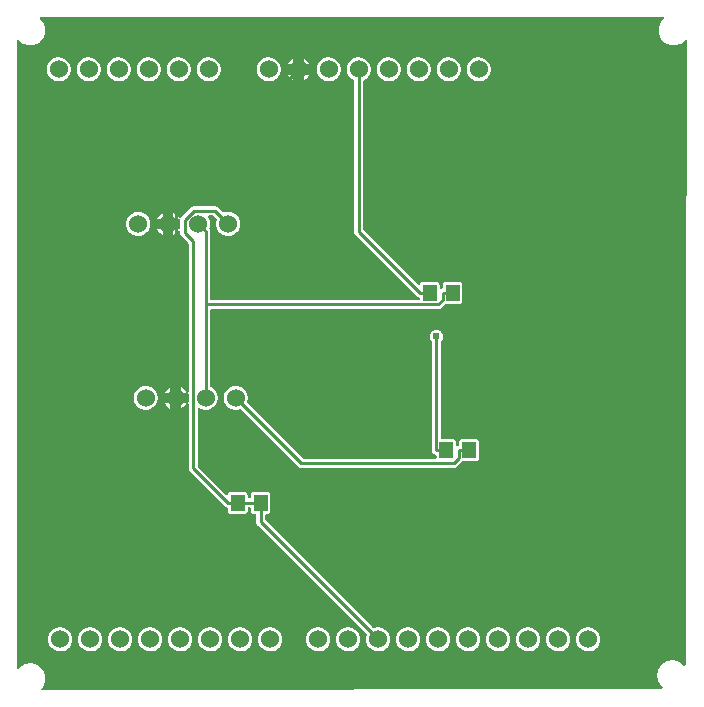
<source format=gtl>
G04 Layer: TopLayer*
G04 EasyEDA v6.5.14, 2022-08-24 20:25:52*
G04 37d94133e9fb4008a465715c89777dd1,10*
G04 Gerber Generator version 0.2*
G04 Scale: 100 percent, Rotated: No, Reflected: No *
G04 Dimensions in millimeters *
G04 leading zeros omitted , absolute positions ,4 integer and 5 decimal *
%FSLAX45Y45*%
%MOMM*%

%AMMACRO1*21,1,$1,$2,0,0,$3*%
%ADD10C,0.2540*%
%ADD11MACRO1,1.377X1.1325X90.0000*%
%ADD12C,1.5240*%
%ADD13C,0.6100*%

%LPD*%
G36*
X6428384Y4992166D02*
G01*
X6423964Y4993132D01*
X6420459Y4995926D01*
X6418478Y4999990D01*
X6418427Y5004511D01*
X6420358Y5008575D01*
X6429502Y5020259D01*
X6437477Y5033467D01*
X6443827Y5047488D01*
X6448399Y5062169D01*
X6451142Y5077307D01*
X6452108Y5092700D01*
X6451142Y5108092D01*
X6448399Y5123230D01*
X6443827Y5137912D01*
X6437477Y5151932D01*
X6429502Y5165140D01*
X6420002Y5177231D01*
X6409131Y5188102D01*
X6397040Y5197602D01*
X6383832Y5205577D01*
X6369812Y5211927D01*
X6355130Y5216499D01*
X6339992Y5219242D01*
X6324600Y5220208D01*
X6309207Y5219242D01*
X6294069Y5216499D01*
X6279388Y5211927D01*
X6265367Y5205577D01*
X6252159Y5197602D01*
X6240068Y5188102D01*
X6228943Y5176977D01*
X6225794Y5174284D01*
X6221780Y5173116D01*
X6217666Y5173624D01*
X6214059Y5175758D01*
X6211671Y5179161D01*
X6210808Y5183225D01*
X6210808Y10488574D01*
X6211671Y10492638D01*
X6214059Y10496042D01*
X6217666Y10498175D01*
X6221780Y10498683D01*
X6225794Y10497515D01*
X6229197Y10494568D01*
X6240068Y10483697D01*
X6252159Y10474198D01*
X6265367Y10466222D01*
X6279388Y10459872D01*
X6294069Y10455300D01*
X6309207Y10452557D01*
X6324600Y10451592D01*
X6339992Y10452557D01*
X6355130Y10455300D01*
X6369812Y10459872D01*
X6383832Y10466222D01*
X6397040Y10474198D01*
X6409131Y10483697D01*
X6420002Y10494568D01*
X6429502Y10506659D01*
X6437477Y10519867D01*
X6443827Y10533888D01*
X6448399Y10548569D01*
X6451142Y10563707D01*
X6452108Y10579100D01*
X6451142Y10594492D01*
X6448399Y10609630D01*
X6443827Y10624312D01*
X6437477Y10638332D01*
X6429502Y10651540D01*
X6420002Y10663631D01*
X6408877Y10674756D01*
X6406184Y10677906D01*
X6405016Y10681919D01*
X6405524Y10686034D01*
X6407658Y10689640D01*
X6411061Y10692028D01*
X6415125Y10692892D01*
X11682374Y10692892D01*
X11686438Y10692028D01*
X11689842Y10689640D01*
X11691975Y10686034D01*
X11692483Y10681919D01*
X11691315Y10677906D01*
X11688368Y10674502D01*
X11677497Y10663631D01*
X11667998Y10651540D01*
X11660022Y10638332D01*
X11653672Y10624312D01*
X11649100Y10609630D01*
X11646357Y10594492D01*
X11645392Y10579100D01*
X11646357Y10563707D01*
X11649100Y10548569D01*
X11653672Y10533888D01*
X11660022Y10519867D01*
X11667998Y10506659D01*
X11677497Y10494568D01*
X11688368Y10483697D01*
X11700459Y10474198D01*
X11713667Y10466222D01*
X11727688Y10459872D01*
X11742369Y10455300D01*
X11757507Y10452557D01*
X11772900Y10451592D01*
X11788292Y10452557D01*
X11803430Y10455300D01*
X11818112Y10459872D01*
X11832132Y10466222D01*
X11845340Y10474198D01*
X11857431Y10483697D01*
X11868353Y10494568D01*
X11871655Y10496753D01*
X11875516Y10497515D01*
X11879427Y10496753D01*
X11882729Y10494518D01*
X11884914Y10491216D01*
X11885676Y10487355D01*
X11873992Y7836052D01*
X11873992Y5208625D01*
X11873128Y5204561D01*
X11870740Y5201158D01*
X11867134Y5199024D01*
X11863019Y5198516D01*
X11859006Y5199684D01*
X11855602Y5202631D01*
X11844731Y5213502D01*
X11832640Y5223002D01*
X11819432Y5230977D01*
X11805412Y5237327D01*
X11790730Y5241899D01*
X11775592Y5244642D01*
X11760200Y5245608D01*
X11744807Y5244642D01*
X11729669Y5241899D01*
X11714988Y5237327D01*
X11700967Y5230977D01*
X11687759Y5223002D01*
X11675668Y5213502D01*
X11664797Y5202631D01*
X11655298Y5190540D01*
X11647322Y5177332D01*
X11640972Y5163312D01*
X11636400Y5148630D01*
X11633657Y5133492D01*
X11632692Y5118100D01*
X11633657Y5102707D01*
X11636400Y5087569D01*
X11640972Y5072888D01*
X11647322Y5058867D01*
X11655298Y5045659D01*
X11664797Y5033568D01*
X11675668Y5022697D01*
X11679275Y5018786D01*
X11680444Y5014772D01*
X11679936Y5010658D01*
X11677802Y5007102D01*
X11674398Y5004663D01*
X11670334Y5003800D01*
G37*

%LPC*%
G36*
X7600950Y7375956D02*
G01*
X7605572Y7378090D01*
X7617053Y7385405D01*
X7627467Y7394194D01*
X7636611Y7404353D01*
X7644333Y7415580D01*
X7646314Y7419492D01*
X7649616Y7423150D01*
X7600950Y7423150D01*
G37*
G36*
X8506104Y10293350D02*
G01*
X8553450Y10293350D01*
X8553450Y10340695D01*
X8542985Y10334955D01*
X8532012Y10326878D01*
X8522208Y10317378D01*
X8513724Y10306659D01*
X8506764Y10294924D01*
G37*
G36*
X10537596Y5320893D02*
G01*
X10551210Y5321350D01*
X10564672Y5323586D01*
X10577677Y5327650D01*
X10590072Y5333390D01*
X10601553Y5340705D01*
X10611967Y5349494D01*
X10621111Y5359654D01*
X10628833Y5370880D01*
X10634980Y5383022D01*
X10639450Y5395925D01*
X10642193Y5409285D01*
X10643108Y5422900D01*
X10642193Y5436514D01*
X10639450Y5449874D01*
X10634980Y5462778D01*
X10628833Y5474919D01*
X10621111Y5486146D01*
X10611967Y5496306D01*
X10601553Y5505094D01*
X10590072Y5512409D01*
X10577677Y5518150D01*
X10564672Y5522214D01*
X10551210Y5524449D01*
X10537596Y5524906D01*
X10524032Y5523585D01*
X10510774Y5520385D01*
X10498023Y5515508D01*
X10486085Y5508955D01*
X10475112Y5500878D01*
X10465308Y5491378D01*
X10456824Y5480659D01*
X10449864Y5468924D01*
X10444581Y5456377D01*
X10440974Y5443220D01*
X10439146Y5429707D01*
X10439146Y5416092D01*
X10440974Y5402580D01*
X10444581Y5389422D01*
X10449864Y5376875D01*
X10456824Y5365140D01*
X10465308Y5354421D01*
X10475112Y5344922D01*
X10486085Y5336844D01*
X10498023Y5330291D01*
X10510774Y5325414D01*
X10524032Y5322214D01*
G37*
G36*
X7083196Y5320893D02*
G01*
X7096810Y5321350D01*
X7110272Y5323586D01*
X7123277Y5327650D01*
X7135672Y5333390D01*
X7147153Y5340705D01*
X7157567Y5349494D01*
X7166711Y5359654D01*
X7174433Y5370880D01*
X7180580Y5383022D01*
X7185050Y5395925D01*
X7187793Y5409285D01*
X7188708Y5422900D01*
X7187793Y5436514D01*
X7185050Y5449874D01*
X7180580Y5462778D01*
X7174433Y5474919D01*
X7166711Y5486146D01*
X7157567Y5496306D01*
X7147153Y5505094D01*
X7135672Y5512409D01*
X7123277Y5518150D01*
X7110272Y5522214D01*
X7096810Y5524449D01*
X7083196Y5524906D01*
X7069632Y5523585D01*
X7056374Y5520385D01*
X7043623Y5515508D01*
X7031685Y5508955D01*
X7020712Y5500878D01*
X7010908Y5491378D01*
X7002424Y5480659D01*
X6995464Y5468924D01*
X6990181Y5456377D01*
X6986574Y5443220D01*
X6984746Y5429707D01*
X6984746Y5416092D01*
X6986574Y5402580D01*
X6990181Y5389422D01*
X6995464Y5376875D01*
X7002424Y5365140D01*
X7010908Y5354421D01*
X7020712Y5344922D01*
X7031685Y5336844D01*
X7043623Y5330291D01*
X7056374Y5325414D01*
X7069632Y5322214D01*
G37*
G36*
X10283596Y5320893D02*
G01*
X10297210Y5321350D01*
X10310672Y5323586D01*
X10323677Y5327650D01*
X10336072Y5333390D01*
X10347553Y5340705D01*
X10357967Y5349494D01*
X10367111Y5359654D01*
X10374833Y5370880D01*
X10380980Y5383022D01*
X10385450Y5395925D01*
X10388193Y5409285D01*
X10389108Y5422900D01*
X10388193Y5436514D01*
X10385450Y5449874D01*
X10380980Y5462778D01*
X10374833Y5474919D01*
X10367111Y5486146D01*
X10357967Y5496306D01*
X10347553Y5505094D01*
X10336072Y5512409D01*
X10323677Y5518150D01*
X10310672Y5522214D01*
X10297210Y5524449D01*
X10283596Y5524906D01*
X10270032Y5523585D01*
X10256774Y5520385D01*
X10244023Y5515508D01*
X10232085Y5508955D01*
X10221112Y5500878D01*
X10211308Y5491378D01*
X10202824Y5480659D01*
X10195864Y5468924D01*
X10190581Y5456377D01*
X10186974Y5443220D01*
X10185146Y5429707D01*
X10185146Y5416092D01*
X10186974Y5402580D01*
X10190581Y5389422D01*
X10195864Y5376875D01*
X10202824Y5365140D01*
X10211308Y5354421D01*
X10221112Y5344922D01*
X10232085Y5336844D01*
X10244023Y5330291D01*
X10256774Y5325414D01*
X10270032Y5322214D01*
G37*
G36*
X8099196Y5320893D02*
G01*
X8112810Y5321350D01*
X8126272Y5323586D01*
X8139277Y5327650D01*
X8151672Y5333390D01*
X8163153Y5340705D01*
X8173567Y5349494D01*
X8182711Y5359654D01*
X8190433Y5370880D01*
X8196580Y5383022D01*
X8201050Y5395925D01*
X8203793Y5409285D01*
X8204708Y5422900D01*
X8203793Y5436514D01*
X8201050Y5449874D01*
X8196580Y5462778D01*
X8190433Y5474919D01*
X8182711Y5486146D01*
X8173567Y5496306D01*
X8163153Y5505094D01*
X8151672Y5512409D01*
X8139277Y5518150D01*
X8126272Y5522214D01*
X8112810Y5524449D01*
X8099196Y5524906D01*
X8085632Y5523585D01*
X8072374Y5520385D01*
X8059623Y5515508D01*
X8047685Y5508955D01*
X8036712Y5500878D01*
X8026908Y5491378D01*
X8018424Y5480659D01*
X8011464Y5468924D01*
X8006181Y5456377D01*
X8002574Y5443220D01*
X8000746Y5429707D01*
X8000746Y5416092D01*
X8002574Y5402580D01*
X8006181Y5389422D01*
X8011464Y5376875D01*
X8018424Y5365140D01*
X8026908Y5354421D01*
X8036712Y5344922D01*
X8047685Y5336844D01*
X8059623Y5330291D01*
X8072374Y5325414D01*
X8085632Y5322214D01*
G37*
G36*
X10029596Y5320893D02*
G01*
X10043210Y5321350D01*
X10056672Y5323586D01*
X10069677Y5327650D01*
X10082072Y5333390D01*
X10093553Y5340705D01*
X10103967Y5349494D01*
X10113111Y5359654D01*
X10120833Y5370880D01*
X10126980Y5383022D01*
X10131450Y5395925D01*
X10134193Y5409285D01*
X10135108Y5422900D01*
X10134193Y5436514D01*
X10131450Y5449874D01*
X10126980Y5462778D01*
X10120833Y5474919D01*
X10113111Y5486146D01*
X10103967Y5496306D01*
X10093553Y5505094D01*
X10082072Y5512409D01*
X10069677Y5518150D01*
X10056672Y5522214D01*
X10043210Y5524449D01*
X10029596Y5524906D01*
X10016032Y5523585D01*
X10002774Y5520385D01*
X9990023Y5515508D01*
X9978085Y5508955D01*
X9967112Y5500878D01*
X9957308Y5491378D01*
X9948824Y5480659D01*
X9941864Y5468924D01*
X9936581Y5456377D01*
X9932974Y5443220D01*
X9931146Y5429707D01*
X9931146Y5416092D01*
X9932974Y5402580D01*
X9936581Y5389422D01*
X9941864Y5376875D01*
X9948824Y5365140D01*
X9957308Y5354421D01*
X9967112Y5344922D01*
X9978085Y5336844D01*
X9990023Y5330291D01*
X10002774Y5325414D01*
X10016032Y5322214D01*
G37*
G36*
X9775596Y5320893D02*
G01*
X9789210Y5321350D01*
X9802672Y5323586D01*
X9815677Y5327650D01*
X9828072Y5333390D01*
X9839553Y5340705D01*
X9849967Y5349494D01*
X9859111Y5359654D01*
X9866833Y5370880D01*
X9872980Y5383022D01*
X9877450Y5395925D01*
X9880193Y5409285D01*
X9881108Y5422900D01*
X9880193Y5436514D01*
X9877450Y5449874D01*
X9872980Y5462778D01*
X9866833Y5474919D01*
X9859111Y5486146D01*
X9849967Y5496306D01*
X9839553Y5505094D01*
X9828072Y5512409D01*
X9815677Y5518150D01*
X9802672Y5522214D01*
X9789210Y5524449D01*
X9775596Y5524906D01*
X9762032Y5523585D01*
X9748774Y5520385D01*
X9736023Y5515508D01*
X9724085Y5508955D01*
X9713112Y5500878D01*
X9703308Y5491378D01*
X9694824Y5480659D01*
X9687864Y5468924D01*
X9682581Y5456377D01*
X9678974Y5443220D01*
X9677146Y5429707D01*
X9677146Y5416092D01*
X9678974Y5402580D01*
X9682581Y5389422D01*
X9687864Y5376875D01*
X9694824Y5365140D01*
X9703308Y5354421D01*
X9713112Y5344922D01*
X9724085Y5336844D01*
X9736023Y5330291D01*
X9748774Y5325414D01*
X9762032Y5322214D01*
G37*
G36*
X8759596Y5320893D02*
G01*
X8773210Y5321350D01*
X8786672Y5323586D01*
X8799677Y5327650D01*
X8812072Y5333390D01*
X8823553Y5340705D01*
X8833967Y5349494D01*
X8843111Y5359654D01*
X8850833Y5370880D01*
X8856980Y5383022D01*
X8861450Y5395925D01*
X8864193Y5409285D01*
X8865108Y5422900D01*
X8864193Y5436514D01*
X8861450Y5449874D01*
X8856980Y5462778D01*
X8850833Y5474919D01*
X8843111Y5486146D01*
X8833967Y5496306D01*
X8823553Y5505094D01*
X8812072Y5512409D01*
X8799677Y5518150D01*
X8786672Y5522214D01*
X8773210Y5524449D01*
X8759596Y5524906D01*
X8746032Y5523585D01*
X8732774Y5520385D01*
X8720023Y5515508D01*
X8708085Y5508955D01*
X8697112Y5500878D01*
X8687308Y5491378D01*
X8678824Y5480659D01*
X8671864Y5468924D01*
X8666581Y5456377D01*
X8662974Y5443220D01*
X8661146Y5429707D01*
X8661146Y5416092D01*
X8662974Y5402580D01*
X8666581Y5389422D01*
X8671864Y5376875D01*
X8678824Y5365140D01*
X8687308Y5354421D01*
X8697112Y5344922D01*
X8708085Y5336844D01*
X8720023Y5330291D01*
X8732774Y5325414D01*
X8746032Y5322214D01*
G37*
G36*
X10791596Y5320893D02*
G01*
X10805210Y5321350D01*
X10818672Y5323586D01*
X10831677Y5327650D01*
X10844072Y5333390D01*
X10855553Y5340705D01*
X10865967Y5349494D01*
X10875111Y5359654D01*
X10882833Y5370880D01*
X10888980Y5383022D01*
X10893450Y5395925D01*
X10896193Y5409285D01*
X10897108Y5422900D01*
X10896193Y5436514D01*
X10893450Y5449874D01*
X10888980Y5462778D01*
X10882833Y5474919D01*
X10875111Y5486146D01*
X10865967Y5496306D01*
X10855553Y5505094D01*
X10844072Y5512409D01*
X10831677Y5518150D01*
X10818672Y5522214D01*
X10805210Y5524449D01*
X10791596Y5524906D01*
X10778032Y5523585D01*
X10764774Y5520385D01*
X10752023Y5515508D01*
X10740085Y5508955D01*
X10729112Y5500878D01*
X10719308Y5491378D01*
X10710824Y5480659D01*
X10703864Y5468924D01*
X10698581Y5456377D01*
X10694974Y5443220D01*
X10693146Y5429707D01*
X10693146Y5416092D01*
X10694974Y5402580D01*
X10698581Y5389422D01*
X10703864Y5376875D01*
X10710824Y5365140D01*
X10719308Y5354421D01*
X10729112Y5344922D01*
X10740085Y5336844D01*
X10752023Y5330291D01*
X10764774Y5325414D01*
X10778032Y5322214D01*
G37*
G36*
X6829196Y5320893D02*
G01*
X6842810Y5321350D01*
X6856272Y5323586D01*
X6869277Y5327650D01*
X6881672Y5333390D01*
X6893153Y5340705D01*
X6903567Y5349494D01*
X6912711Y5359654D01*
X6920433Y5370880D01*
X6926580Y5383022D01*
X6931050Y5395925D01*
X6933793Y5409285D01*
X6934708Y5422900D01*
X6933793Y5436514D01*
X6931050Y5449874D01*
X6926580Y5462778D01*
X6920433Y5474919D01*
X6912711Y5486146D01*
X6903567Y5496306D01*
X6893153Y5505094D01*
X6881672Y5512409D01*
X6869277Y5518150D01*
X6856272Y5522214D01*
X6842810Y5524449D01*
X6829196Y5524906D01*
X6815632Y5523585D01*
X6802374Y5520385D01*
X6789623Y5515508D01*
X6777685Y5508955D01*
X6766712Y5500878D01*
X6756908Y5491378D01*
X6748424Y5480659D01*
X6741464Y5468924D01*
X6736181Y5456377D01*
X6732574Y5443220D01*
X6730746Y5429707D01*
X6730746Y5416092D01*
X6732574Y5402580D01*
X6736181Y5389422D01*
X6741464Y5376875D01*
X6748424Y5365140D01*
X6756908Y5354421D01*
X6766712Y5344922D01*
X6777685Y5336844D01*
X6789623Y5330291D01*
X6802374Y5325414D01*
X6815632Y5322214D01*
G37*
G36*
X8353196Y5320893D02*
G01*
X8366810Y5321350D01*
X8380272Y5323586D01*
X8393277Y5327650D01*
X8405672Y5333390D01*
X8417153Y5340705D01*
X8427567Y5349494D01*
X8436711Y5359654D01*
X8444433Y5370880D01*
X8450580Y5383022D01*
X8455050Y5395925D01*
X8457793Y5409285D01*
X8458708Y5422900D01*
X8457793Y5436514D01*
X8455050Y5449874D01*
X8450580Y5462778D01*
X8444433Y5474919D01*
X8436711Y5486146D01*
X8427567Y5496306D01*
X8417153Y5505094D01*
X8405672Y5512409D01*
X8393277Y5518150D01*
X8380272Y5522214D01*
X8366810Y5524449D01*
X8353196Y5524906D01*
X8339632Y5523585D01*
X8326374Y5520385D01*
X8313623Y5515508D01*
X8301685Y5508955D01*
X8290712Y5500878D01*
X8280908Y5491378D01*
X8272424Y5480659D01*
X8265464Y5468924D01*
X8260181Y5456377D01*
X8256574Y5443220D01*
X8254746Y5429707D01*
X8254746Y5416092D01*
X8256574Y5402580D01*
X8260181Y5389422D01*
X8265464Y5376875D01*
X8272424Y5365140D01*
X8280908Y5354421D01*
X8290712Y5344922D01*
X8301685Y5336844D01*
X8313623Y5330291D01*
X8326374Y5325414D01*
X8339632Y5322214D01*
G37*
G36*
X7591196Y5320893D02*
G01*
X7604810Y5321350D01*
X7618272Y5323586D01*
X7631277Y5327650D01*
X7643672Y5333390D01*
X7655153Y5340705D01*
X7665567Y5349494D01*
X7674711Y5359654D01*
X7682433Y5370880D01*
X7688580Y5383022D01*
X7693050Y5395925D01*
X7695793Y5409285D01*
X7696708Y5422900D01*
X7695793Y5436514D01*
X7693050Y5449874D01*
X7688580Y5462778D01*
X7682433Y5474919D01*
X7674711Y5486146D01*
X7665567Y5496306D01*
X7655153Y5505094D01*
X7643672Y5512409D01*
X7631277Y5518150D01*
X7618272Y5522214D01*
X7604810Y5524449D01*
X7591196Y5524906D01*
X7577632Y5523585D01*
X7564374Y5520385D01*
X7551623Y5515508D01*
X7539685Y5508955D01*
X7528712Y5500878D01*
X7518908Y5491378D01*
X7510424Y5480659D01*
X7503464Y5468924D01*
X7498181Y5456377D01*
X7494574Y5443220D01*
X7492746Y5429707D01*
X7492746Y5416092D01*
X7494574Y5402580D01*
X7498181Y5389422D01*
X7503464Y5376875D01*
X7510424Y5365140D01*
X7518908Y5354421D01*
X7528712Y5344922D01*
X7539685Y5336844D01*
X7551623Y5330291D01*
X7564374Y5325414D01*
X7577632Y5322214D01*
G37*
G36*
X7337196Y5320893D02*
G01*
X7350810Y5321350D01*
X7364272Y5323586D01*
X7377277Y5327650D01*
X7389672Y5333390D01*
X7401153Y5340705D01*
X7411567Y5349494D01*
X7420711Y5359654D01*
X7428433Y5370880D01*
X7434580Y5383022D01*
X7439050Y5395925D01*
X7441793Y5409285D01*
X7442708Y5422900D01*
X7441793Y5436514D01*
X7439050Y5449874D01*
X7434580Y5462778D01*
X7428433Y5474919D01*
X7420711Y5486146D01*
X7411567Y5496306D01*
X7401153Y5505094D01*
X7389672Y5512409D01*
X7377277Y5518150D01*
X7364272Y5522214D01*
X7350810Y5524449D01*
X7337196Y5524906D01*
X7323632Y5523585D01*
X7310374Y5520385D01*
X7297623Y5515508D01*
X7285685Y5508955D01*
X7274712Y5500878D01*
X7264908Y5491378D01*
X7256424Y5480659D01*
X7249464Y5468924D01*
X7244181Y5456377D01*
X7240574Y5443220D01*
X7238746Y5429707D01*
X7238746Y5416092D01*
X7240574Y5402580D01*
X7244181Y5389422D01*
X7249464Y5376875D01*
X7256424Y5365140D01*
X7264908Y5354421D01*
X7274712Y5344922D01*
X7285685Y5336844D01*
X7297623Y5330291D01*
X7310374Y5325414D01*
X7323632Y5322214D01*
G37*
G36*
X7845196Y5320893D02*
G01*
X7858810Y5321350D01*
X7872272Y5323586D01*
X7885277Y5327650D01*
X7897672Y5333390D01*
X7909153Y5340705D01*
X7919567Y5349494D01*
X7928711Y5359654D01*
X7936433Y5370880D01*
X7942580Y5383022D01*
X7947050Y5395925D01*
X7949793Y5409285D01*
X7950708Y5422900D01*
X7949793Y5436514D01*
X7947050Y5449874D01*
X7942580Y5462778D01*
X7936433Y5474919D01*
X7928711Y5486146D01*
X7919567Y5496306D01*
X7909153Y5505094D01*
X7897672Y5512409D01*
X7885277Y5518150D01*
X7872272Y5522214D01*
X7858810Y5524449D01*
X7845196Y5524906D01*
X7831632Y5523585D01*
X7818374Y5520385D01*
X7805623Y5515508D01*
X7793685Y5508955D01*
X7782712Y5500878D01*
X7772908Y5491378D01*
X7764424Y5480659D01*
X7757464Y5468924D01*
X7752181Y5456377D01*
X7748574Y5443220D01*
X7746746Y5429707D01*
X7746746Y5416092D01*
X7748574Y5402580D01*
X7752181Y5389422D01*
X7757464Y5376875D01*
X7764424Y5365140D01*
X7772908Y5354421D01*
X7782712Y5344922D01*
X7793685Y5336844D01*
X7805623Y5330291D01*
X7818374Y5325414D01*
X7831632Y5322214D01*
G37*
G36*
X9521596Y5320893D02*
G01*
X9535210Y5321350D01*
X9548672Y5323586D01*
X9561677Y5327650D01*
X9574072Y5333390D01*
X9585553Y5340705D01*
X9595967Y5349494D01*
X9605111Y5359654D01*
X9612833Y5370880D01*
X9618980Y5383022D01*
X9623450Y5395925D01*
X9626193Y5409285D01*
X9627108Y5422900D01*
X9626193Y5436514D01*
X9623450Y5449874D01*
X9618980Y5462778D01*
X9612833Y5474919D01*
X9605111Y5486146D01*
X9595967Y5496306D01*
X9585553Y5505094D01*
X9574072Y5512409D01*
X9561677Y5518150D01*
X9548672Y5522214D01*
X9535210Y5524449D01*
X9521596Y5524906D01*
X9508032Y5523585D01*
X9494774Y5520385D01*
X9482023Y5515508D01*
X9470085Y5508955D01*
X9459112Y5500878D01*
X9449308Y5491378D01*
X9440824Y5480659D01*
X9433864Y5468924D01*
X9428581Y5456377D01*
X9424974Y5443220D01*
X9423146Y5429707D01*
X9423146Y5416092D01*
X9424974Y5402580D01*
X9428581Y5389422D01*
X9433864Y5376875D01*
X9440824Y5365140D01*
X9449308Y5354421D01*
X9459112Y5344922D01*
X9470085Y5336844D01*
X9482023Y5330291D01*
X9494774Y5325414D01*
X9508032Y5322214D01*
G37*
G36*
X9013596Y5320893D02*
G01*
X9027210Y5321350D01*
X9040672Y5323586D01*
X9053677Y5327650D01*
X9066072Y5333390D01*
X9077553Y5340705D01*
X9087967Y5349494D01*
X9097111Y5359654D01*
X9104833Y5370880D01*
X9110980Y5383022D01*
X9115450Y5395925D01*
X9118193Y5409285D01*
X9119108Y5422900D01*
X9118193Y5436514D01*
X9115450Y5449874D01*
X9110980Y5462778D01*
X9104833Y5474919D01*
X9097111Y5486146D01*
X9087967Y5496306D01*
X9077553Y5505094D01*
X9066072Y5512409D01*
X9053677Y5518150D01*
X9040672Y5522214D01*
X9027210Y5524449D01*
X9013596Y5524906D01*
X9000032Y5523585D01*
X8986774Y5520385D01*
X8974023Y5515508D01*
X8962085Y5508955D01*
X8951112Y5500878D01*
X8941308Y5491378D01*
X8932824Y5480659D01*
X8925864Y5468924D01*
X8920581Y5456377D01*
X8916974Y5443220D01*
X8915146Y5429707D01*
X8915146Y5416092D01*
X8916974Y5402580D01*
X8920581Y5389422D01*
X8925864Y5376875D01*
X8932824Y5365140D01*
X8941308Y5354421D01*
X8951112Y5344922D01*
X8962085Y5336844D01*
X8974023Y5330291D01*
X8986774Y5325414D01*
X9000032Y5322214D01*
G37*
G36*
X6575196Y5320893D02*
G01*
X6588810Y5321350D01*
X6602272Y5323586D01*
X6615277Y5327650D01*
X6627672Y5333390D01*
X6639153Y5340705D01*
X6649567Y5349494D01*
X6658711Y5359654D01*
X6666433Y5370880D01*
X6672580Y5383022D01*
X6677050Y5395925D01*
X6679793Y5409285D01*
X6680708Y5422900D01*
X6679793Y5436514D01*
X6677050Y5449874D01*
X6672580Y5462778D01*
X6666433Y5474919D01*
X6658711Y5486146D01*
X6649567Y5496306D01*
X6639153Y5505094D01*
X6627672Y5512409D01*
X6615277Y5518150D01*
X6602272Y5522214D01*
X6588810Y5524449D01*
X6575196Y5524906D01*
X6561632Y5523585D01*
X6548374Y5520385D01*
X6535623Y5515508D01*
X6523685Y5508955D01*
X6512712Y5500878D01*
X6502907Y5491378D01*
X6494424Y5480659D01*
X6487464Y5468924D01*
X6482181Y5456377D01*
X6478574Y5443220D01*
X6476746Y5429707D01*
X6476746Y5416092D01*
X6478574Y5402580D01*
X6482181Y5389422D01*
X6487464Y5376875D01*
X6494424Y5365140D01*
X6502907Y5354421D01*
X6512712Y5344922D01*
X6523685Y5336844D01*
X6535623Y5330291D01*
X6548374Y5325414D01*
X6561632Y5322214D01*
G37*
G36*
X11045596Y5320893D02*
G01*
X11059210Y5321350D01*
X11072672Y5323586D01*
X11085677Y5327650D01*
X11098072Y5333390D01*
X11109553Y5340705D01*
X11119967Y5349494D01*
X11129111Y5359654D01*
X11136833Y5370880D01*
X11142980Y5383022D01*
X11147450Y5395925D01*
X11150193Y5409285D01*
X11151108Y5422900D01*
X11150193Y5436514D01*
X11147450Y5449874D01*
X11142980Y5462778D01*
X11136833Y5474919D01*
X11129111Y5486146D01*
X11119967Y5496306D01*
X11109553Y5505094D01*
X11098072Y5512409D01*
X11085677Y5518150D01*
X11072672Y5522214D01*
X11059210Y5524449D01*
X11045596Y5524906D01*
X11032032Y5523585D01*
X11018774Y5520385D01*
X11006023Y5515508D01*
X10994085Y5508955D01*
X10983112Y5500878D01*
X10973308Y5491378D01*
X10964824Y5480659D01*
X10957864Y5468924D01*
X10952581Y5456377D01*
X10948974Y5443220D01*
X10947146Y5429707D01*
X10947146Y5416092D01*
X10948974Y5402580D01*
X10952581Y5389422D01*
X10957864Y5376875D01*
X10964824Y5365140D01*
X10973308Y5354421D01*
X10983112Y5344922D01*
X10994085Y5336844D01*
X11006023Y5330291D01*
X11018774Y5325414D01*
X11032032Y5322214D01*
G37*
G36*
X9267596Y5320893D02*
G01*
X9281210Y5321350D01*
X9294672Y5323586D01*
X9307677Y5327650D01*
X9320072Y5333390D01*
X9331553Y5340705D01*
X9341967Y5349494D01*
X9351111Y5359654D01*
X9358833Y5370880D01*
X9364980Y5383022D01*
X9369450Y5395925D01*
X9372193Y5409285D01*
X9373108Y5422900D01*
X9372193Y5436514D01*
X9369450Y5449874D01*
X9364980Y5462778D01*
X9358833Y5474919D01*
X9351111Y5486146D01*
X9341967Y5496306D01*
X9331553Y5505094D01*
X9320072Y5512409D01*
X9307677Y5518150D01*
X9294672Y5522214D01*
X9281210Y5524449D01*
X9267596Y5524906D01*
X9254032Y5523585D01*
X9240774Y5520385D01*
X9237776Y5519267D01*
X9233966Y5518556D01*
X9230156Y5519369D01*
X9226956Y5521553D01*
X8317026Y6431483D01*
X8314791Y6434785D01*
X8314029Y6438696D01*
X8314029Y6473698D01*
X8314791Y6477558D01*
X8317026Y6480860D01*
X8320278Y6483045D01*
X8324189Y6483858D01*
X8331504Y6483858D01*
X8337803Y6484569D01*
X8343290Y6486448D01*
X8348167Y6489547D01*
X8352281Y6493611D01*
X8355330Y6498539D01*
X8357260Y6503974D01*
X8357971Y6510324D01*
X8357971Y6646875D01*
X8357260Y6653225D01*
X8355330Y6658660D01*
X8352281Y6663588D01*
X8348167Y6667652D01*
X8343290Y6670751D01*
X8337803Y6672630D01*
X8331504Y6673342D01*
X8219389Y6673342D01*
X8213039Y6672630D01*
X8207603Y6670751D01*
X8202675Y6667652D01*
X8198612Y6663588D01*
X8195513Y6658660D01*
X8193582Y6653225D01*
X8192871Y6646875D01*
X8192871Y6627368D01*
X8192109Y6623456D01*
X8189925Y6620205D01*
X8186623Y6617970D01*
X8182711Y6617208D01*
X8174888Y6617208D01*
X8170976Y6617970D01*
X8167674Y6620205D01*
X8165490Y6623456D01*
X8164728Y6627368D01*
X8164728Y6646875D01*
X8164017Y6653225D01*
X8162086Y6658660D01*
X8158988Y6663588D01*
X8154924Y6667652D01*
X8149996Y6670751D01*
X8144560Y6672630D01*
X8138210Y6673342D01*
X8026095Y6673342D01*
X8019796Y6672630D01*
X8014309Y6670751D01*
X8009432Y6667652D01*
X8005318Y6663588D01*
X8002320Y6658711D01*
X7999933Y6651650D01*
X7997901Y6648094D01*
X7994599Y6645656D01*
X7990586Y6644741D01*
X7986572Y6645452D01*
X7983118Y6647688D01*
X7745730Y6885076D01*
X7743545Y6888378D01*
X7742783Y6892290D01*
X7742783Y7371435D01*
X7743596Y7375499D01*
X7746034Y7378903D01*
X7749641Y7381036D01*
X7753807Y7381544D01*
X7757820Y7380325D01*
X7767523Y7374991D01*
X7780274Y7370114D01*
X7793532Y7366914D01*
X7807096Y7365593D01*
X7820710Y7366050D01*
X7834172Y7368286D01*
X7847177Y7372350D01*
X7859572Y7378090D01*
X7871053Y7385405D01*
X7881467Y7394194D01*
X7890611Y7404353D01*
X7898333Y7415580D01*
X7904480Y7427722D01*
X7908950Y7440625D01*
X7911693Y7453985D01*
X7912608Y7467600D01*
X7911693Y7481214D01*
X7908950Y7494574D01*
X7904480Y7507478D01*
X7898333Y7519619D01*
X7890611Y7530846D01*
X7881467Y7541006D01*
X7871053Y7549794D01*
X7859572Y7557109D01*
X7855000Y7559243D01*
X7851902Y7561478D01*
X7849819Y7564678D01*
X7849108Y7568438D01*
X7849108Y8209330D01*
X7849870Y8213242D01*
X7852105Y8216493D01*
X7855356Y8218728D01*
X7859268Y8219490D01*
X9780879Y8219490D01*
X9788906Y8220303D01*
X9796119Y8222488D01*
X9802825Y8226044D01*
X9809022Y8231174D01*
X9836810Y8258911D01*
X9840569Y8261299D01*
X9844938Y8261858D01*
X9957104Y8261858D01*
X9963404Y8262569D01*
X9968890Y8264448D01*
X9973767Y8267547D01*
X9977882Y8271611D01*
X9980930Y8276539D01*
X9982860Y8281974D01*
X9983571Y8288324D01*
X9983571Y8424875D01*
X9982860Y8431225D01*
X9980930Y8436660D01*
X9977882Y8441588D01*
X9973767Y8445652D01*
X9968890Y8448751D01*
X9963404Y8450630D01*
X9957104Y8451342D01*
X9844989Y8451342D01*
X9838639Y8450630D01*
X9833203Y8448751D01*
X9828276Y8445652D01*
X9824212Y8441588D01*
X9821113Y8436660D01*
X9819182Y8431225D01*
X9818471Y8424875D01*
X9818471Y8404555D01*
X9817811Y8400897D01*
X9815880Y8397748D01*
X9812883Y8395512D01*
X9803434Y8392718D01*
X9799675Y8392312D01*
X9796018Y8393328D01*
X9793020Y8395563D01*
X9790988Y8398764D01*
X9790328Y8402472D01*
X9790328Y8424875D01*
X9789617Y8431225D01*
X9787686Y8436660D01*
X9784588Y8441588D01*
X9780524Y8445652D01*
X9775596Y8448751D01*
X9770160Y8450630D01*
X9763810Y8451342D01*
X9651695Y8451342D01*
X9645396Y8450630D01*
X9639909Y8448751D01*
X9635032Y8445652D01*
X9630918Y8441588D01*
X9627920Y8436711D01*
X9625533Y8429650D01*
X9623501Y8426094D01*
X9620199Y8423656D01*
X9616186Y8422741D01*
X9612172Y8423452D01*
X9608718Y8425688D01*
X9147505Y8886952D01*
X9145270Y8890254D01*
X9144508Y8894114D01*
X9144508Y10148062D01*
X9145219Y10151821D01*
X9147302Y10155021D01*
X9150400Y10157256D01*
X9154972Y10159390D01*
X9166453Y10166705D01*
X9176867Y10175494D01*
X9186011Y10185654D01*
X9193733Y10196880D01*
X9199880Y10209022D01*
X9204350Y10221925D01*
X9207093Y10235285D01*
X9208008Y10248900D01*
X9207093Y10262514D01*
X9204350Y10275874D01*
X9199880Y10288778D01*
X9193733Y10300919D01*
X9186011Y10312146D01*
X9176867Y10322306D01*
X9166453Y10331094D01*
X9154972Y10338409D01*
X9142577Y10344150D01*
X9129572Y10348214D01*
X9116110Y10350449D01*
X9102496Y10350906D01*
X9088932Y10349585D01*
X9075674Y10346385D01*
X9062923Y10341508D01*
X9050985Y10334955D01*
X9040012Y10326878D01*
X9030208Y10317378D01*
X9021724Y10306659D01*
X9014764Y10294924D01*
X9009481Y10282377D01*
X9005874Y10269220D01*
X9004046Y10255707D01*
X9004046Y10242092D01*
X9005874Y10228580D01*
X9009481Y10215422D01*
X9014764Y10202875D01*
X9021724Y10191140D01*
X9030208Y10180421D01*
X9040012Y10170922D01*
X9050985Y10162844D01*
X9062008Y10156799D01*
X9064802Y10154513D01*
X9066631Y10151414D01*
X9067292Y10147909D01*
X9067292Y8874404D01*
X9068104Y8866378D01*
X9070289Y8859164D01*
X9073845Y8852509D01*
X9078976Y8846261D01*
X9595561Y8329675D01*
X9601809Y8324545D01*
X9608464Y8320989D01*
X9619640Y8317687D01*
X9622586Y8315452D01*
X9624568Y8312302D01*
X9625228Y8306866D01*
X9624466Y8302955D01*
X9622282Y8299703D01*
X9618980Y8297468D01*
X9615068Y8296706D01*
X7859268Y8296706D01*
X7855356Y8297468D01*
X7852105Y8299703D01*
X7849870Y8302955D01*
X7849108Y8306866D01*
X7849108Y8876792D01*
X7848295Y8884818D01*
X7846110Y8892032D01*
X7843215Y8897467D01*
X7842046Y8901480D01*
X7842605Y8905595D01*
X7845450Y8913825D01*
X7848193Y8927185D01*
X7849108Y8940800D01*
X7848193Y8954414D01*
X7845450Y8967774D01*
X7840980Y8980678D01*
X7834833Y8992819D01*
X7832293Y8996476D01*
X7830667Y9000540D01*
X7830870Y9004909D01*
X7832953Y9008821D01*
X7836408Y9011462D01*
X7840675Y9012377D01*
X7870596Y9012377D01*
X7874457Y9011615D01*
X7877759Y9009430D01*
X7902194Y8984996D01*
X7904225Y8982100D01*
X7905140Y8978646D01*
X7904835Y8975090D01*
X7900974Y8961120D01*
X7899146Y8947607D01*
X7899146Y8933992D01*
X7900974Y8920480D01*
X7904581Y8907322D01*
X7909864Y8894775D01*
X7916824Y8883040D01*
X7925308Y8872321D01*
X7935112Y8862822D01*
X7946085Y8854744D01*
X7958023Y8848191D01*
X7970774Y8843314D01*
X7984032Y8840114D01*
X7997596Y8838793D01*
X8011210Y8839250D01*
X8024672Y8841486D01*
X8037677Y8845550D01*
X8050072Y8851290D01*
X8061553Y8858605D01*
X8071967Y8867394D01*
X8081111Y8877554D01*
X8088833Y8888780D01*
X8094980Y8900922D01*
X8099450Y8913825D01*
X8102193Y8927185D01*
X8103108Y8940800D01*
X8102193Y8954414D01*
X8099450Y8967774D01*
X8094980Y8980678D01*
X8088833Y8992819D01*
X8081111Y9004046D01*
X8071967Y9014206D01*
X8061553Y9022994D01*
X8050072Y9030309D01*
X8037677Y9036050D01*
X8024672Y9040114D01*
X8011210Y9042349D01*
X7997596Y9042806D01*
X7984032Y9041485D01*
X7970774Y9038285D01*
X7967776Y9037167D01*
X7963966Y9036456D01*
X7960156Y9037269D01*
X7956956Y9039453D01*
X7918450Y9077960D01*
X7912201Y9083090D01*
X7905546Y9086646D01*
X7898333Y9088831D01*
X7890306Y9089593D01*
X7709408Y9089593D01*
X7701381Y9088831D01*
X7694168Y9086646D01*
X7687462Y9083090D01*
X7681264Y9077960D01*
X7606284Y9002979D01*
X7601153Y8996730D01*
X7598918Y8992514D01*
X7596022Y8989212D01*
X7592009Y8987383D01*
X7587640Y8987434D01*
X7583678Y8989364D01*
X7580833Y8992819D01*
X7573111Y9004046D01*
X7563967Y9014206D01*
X7553553Y9022994D01*
X7542072Y9030309D01*
X7537450Y9032443D01*
X7537450Y8985250D01*
X7584440Y8985250D01*
X7588351Y8984488D01*
X7591602Y8982252D01*
X7593838Y8979001D01*
X7594600Y8975090D01*
X7594600Y8906510D01*
X7593838Y8902598D01*
X7591602Y8899347D01*
X7588351Y8897112D01*
X7584440Y8896350D01*
X7537450Y8896350D01*
X7537450Y8849156D01*
X7542072Y8851290D01*
X7553553Y8858605D01*
X7563967Y8867394D01*
X7573111Y8877554D01*
X7576058Y8881821D01*
X7579156Y8884767D01*
X7583220Y8886139D01*
X7587437Y8885783D01*
X7591145Y8883700D01*
X7593685Y8880246D01*
X7594600Y8876080D01*
X7594600Y8864600D01*
X7595412Y8856573D01*
X7597597Y8849360D01*
X7601153Y8842654D01*
X7606284Y8836456D01*
X7662570Y8780119D01*
X7664754Y8776817D01*
X7665567Y8772956D01*
X7665567Y7520279D01*
X7664551Y7515910D01*
X7661757Y7512405D01*
X7659370Y7511186D01*
X7662570Y7509052D01*
X7664754Y7505801D01*
X7665567Y7501890D01*
X7665567Y7433309D01*
X7664754Y7429398D01*
X7662570Y7426147D01*
X7659370Y7424013D01*
X7661757Y7422794D01*
X7664551Y7419289D01*
X7665567Y7414920D01*
X7665567Y6872579D01*
X7666329Y6864553D01*
X7668514Y6857339D01*
X7672070Y6850634D01*
X7677200Y6844436D01*
X7969961Y6551676D01*
X7976209Y6546545D01*
X7982864Y6542989D01*
X7994040Y6539687D01*
X7996986Y6537452D01*
X7998968Y6534302D01*
X7999628Y6530644D01*
X7999628Y6510324D01*
X8000339Y6503974D01*
X8002270Y6498539D01*
X8005318Y6493611D01*
X8009432Y6489547D01*
X8014309Y6486448D01*
X8019796Y6484569D01*
X8026095Y6483858D01*
X8138210Y6483858D01*
X8144560Y6484569D01*
X8149996Y6486448D01*
X8154924Y6489547D01*
X8158988Y6493611D01*
X8162086Y6498539D01*
X8164017Y6503974D01*
X8164728Y6510324D01*
X8164728Y6529831D01*
X8165490Y6533743D01*
X8167674Y6536994D01*
X8170976Y6539230D01*
X8174888Y6539992D01*
X8182711Y6539992D01*
X8186623Y6539230D01*
X8189925Y6536994D01*
X8192109Y6533743D01*
X8192871Y6529831D01*
X8192871Y6510324D01*
X8193582Y6503974D01*
X8195513Y6498539D01*
X8198612Y6493611D01*
X8202675Y6489547D01*
X8207603Y6486448D01*
X8213039Y6484569D01*
X8219389Y6483858D01*
X8226653Y6483858D01*
X8230565Y6483045D01*
X8233816Y6480860D01*
X8236051Y6477558D01*
X8236813Y6473698D01*
X8236813Y6418986D01*
X8237626Y6410960D01*
X8239810Y6403746D01*
X8243366Y6397040D01*
X8248497Y6390843D01*
X9172194Y5467096D01*
X9174226Y5464200D01*
X9175140Y5460746D01*
X9174835Y5457190D01*
X9170974Y5443220D01*
X9169146Y5429707D01*
X9169146Y5416092D01*
X9170974Y5402580D01*
X9174581Y5389422D01*
X9179864Y5376875D01*
X9186824Y5365140D01*
X9195308Y5354421D01*
X9205112Y5344922D01*
X9216085Y5336844D01*
X9228023Y5330291D01*
X9240774Y5325414D01*
X9254032Y5322214D01*
G37*
G36*
X8642350Y10293350D02*
G01*
X8689543Y10293350D01*
X8685733Y10300919D01*
X8678011Y10312146D01*
X8668867Y10322306D01*
X8658453Y10331094D01*
X8646972Y10338409D01*
X8642350Y10340543D01*
G37*
G36*
X8642350Y10157256D02*
G01*
X8646972Y10159390D01*
X8658453Y10166705D01*
X8668867Y10175494D01*
X8678011Y10185654D01*
X8685733Y10196880D01*
X8689543Y10204450D01*
X8642350Y10204450D01*
G37*
G36*
X8553450Y10157104D02*
G01*
X8553450Y10204450D01*
X8506104Y10204450D01*
X8506764Y10202875D01*
X8513724Y10191140D01*
X8522208Y10180421D01*
X8532012Y10170922D01*
X8542985Y10162844D01*
G37*
G36*
X6562496Y10146893D02*
G01*
X6576110Y10147350D01*
X6589572Y10149586D01*
X6602577Y10153650D01*
X6614972Y10159390D01*
X6626453Y10166705D01*
X6636867Y10175494D01*
X6646011Y10185654D01*
X6653733Y10196880D01*
X6659880Y10209022D01*
X6664350Y10221925D01*
X6667093Y10235285D01*
X6668008Y10248900D01*
X6667093Y10262514D01*
X6664350Y10275874D01*
X6659880Y10288778D01*
X6653733Y10300919D01*
X6646011Y10312146D01*
X6636867Y10322306D01*
X6626453Y10331094D01*
X6614972Y10338409D01*
X6602577Y10344150D01*
X6589572Y10348214D01*
X6576110Y10350449D01*
X6562496Y10350906D01*
X6548932Y10349585D01*
X6535674Y10346385D01*
X6522923Y10341508D01*
X6510985Y10334955D01*
X6500012Y10326878D01*
X6490208Y10317378D01*
X6481724Y10306659D01*
X6474764Y10294924D01*
X6469481Y10282377D01*
X6465874Y10269220D01*
X6464046Y10255707D01*
X6464046Y10242092D01*
X6465874Y10228580D01*
X6469481Y10215422D01*
X6474764Y10202875D01*
X6481724Y10191140D01*
X6490208Y10180421D01*
X6500012Y10170922D01*
X6510985Y10162844D01*
X6522923Y10156291D01*
X6535674Y10151414D01*
X6548932Y10148214D01*
G37*
G36*
X8618118Y6875881D02*
G01*
X9910470Y6875881D01*
X9918496Y6876694D01*
X9925710Y6878878D01*
X9932416Y6882434D01*
X9938613Y6887565D01*
X9976510Y6925411D01*
X9980269Y6927799D01*
X9984638Y6928358D01*
X10096804Y6928358D01*
X10103104Y6929069D01*
X10108590Y6930948D01*
X10113467Y6934047D01*
X10117582Y6938111D01*
X10120630Y6943039D01*
X10122560Y6948474D01*
X10123271Y6954824D01*
X10123271Y7091375D01*
X10122560Y7097725D01*
X10120630Y7103160D01*
X10117582Y7108088D01*
X10113467Y7112152D01*
X10108590Y7115251D01*
X10103104Y7117130D01*
X10096804Y7117842D01*
X9984689Y7117842D01*
X9978339Y7117130D01*
X9972903Y7115251D01*
X9967976Y7112152D01*
X9963912Y7108088D01*
X9960813Y7103160D01*
X9958882Y7097725D01*
X9958171Y7091375D01*
X9958171Y7071055D01*
X9957511Y7067397D01*
X9955580Y7064248D01*
X9952583Y7062012D01*
X9943134Y7059218D01*
X9939375Y7058812D01*
X9935718Y7059828D01*
X9932720Y7062063D01*
X9930688Y7065264D01*
X9930028Y7068972D01*
X9930028Y7091375D01*
X9929317Y7097725D01*
X9927386Y7103160D01*
X9924288Y7108088D01*
X9920224Y7112152D01*
X9915296Y7115251D01*
X9909860Y7117130D01*
X9903510Y7117842D01*
X9811715Y7117842D01*
X9807803Y7118654D01*
X9804501Y7120839D01*
X9802317Y7124141D01*
X9801555Y7128002D01*
X9801555Y7942325D01*
X9802317Y7946237D01*
X9804501Y7949539D01*
X9806127Y7951114D01*
X9811715Y7959191D01*
X9815880Y7968081D01*
X9818420Y7977581D01*
X9819284Y7987334D01*
X9818420Y7997139D01*
X9815880Y8006638D01*
X9811715Y8015528D01*
X9806127Y8023606D01*
X9799167Y8030565D01*
X9791090Y8036153D01*
X9782200Y8040319D01*
X9772700Y8042859D01*
X9762947Y8043722D01*
X9753142Y8042859D01*
X9743643Y8040319D01*
X9734753Y8036153D01*
X9726676Y8030565D01*
X9719716Y8023606D01*
X9714128Y8015528D01*
X9709962Y8006638D01*
X9707422Y7997139D01*
X9706559Y7987334D01*
X9707422Y7977581D01*
X9709962Y7968081D01*
X9714128Y7959191D01*
X9719716Y7951114D01*
X9721342Y7949539D01*
X9723526Y7946237D01*
X9724339Y7942325D01*
X9724339Y7023608D01*
X9725101Y7015581D01*
X9727285Y7008368D01*
X9730841Y7001662D01*
X9735667Y6995820D01*
X9741509Y6991045D01*
X9748164Y6987489D01*
X9759340Y6984187D01*
X9762286Y6981952D01*
X9764268Y6978802D01*
X9764928Y6975144D01*
X9764928Y6963257D01*
X9764166Y6959346D01*
X9761982Y6956094D01*
X9758680Y6953859D01*
X9754768Y6953097D01*
X8637828Y6953097D01*
X8633917Y6953859D01*
X8630615Y6956094D01*
X8163102Y7423607D01*
X8160969Y7426706D01*
X8160156Y7430363D01*
X8160715Y7434122D01*
X8162950Y7440625D01*
X8165693Y7453985D01*
X8166608Y7467600D01*
X8165693Y7481214D01*
X8162950Y7494574D01*
X8158480Y7507478D01*
X8152333Y7519619D01*
X8144611Y7530846D01*
X8135467Y7541006D01*
X8125053Y7549794D01*
X8113572Y7557109D01*
X8101177Y7562850D01*
X8088172Y7566914D01*
X8074710Y7569149D01*
X8061096Y7569606D01*
X8047532Y7568285D01*
X8034274Y7565085D01*
X8021523Y7560208D01*
X8009585Y7553655D01*
X7998612Y7545578D01*
X7988808Y7536078D01*
X7980324Y7525359D01*
X7973364Y7513624D01*
X7968081Y7501077D01*
X7964474Y7487920D01*
X7962646Y7474407D01*
X7962646Y7460792D01*
X7964474Y7447280D01*
X7968081Y7434122D01*
X7973364Y7421575D01*
X7980324Y7409840D01*
X7988808Y7399121D01*
X7998612Y7389622D01*
X8009585Y7381544D01*
X8021523Y7374991D01*
X8034274Y7370114D01*
X8047532Y7366914D01*
X8061096Y7365593D01*
X8074710Y7366050D01*
X8088172Y7368286D01*
X8098383Y7371435D01*
X8101990Y7371892D01*
X8105546Y7371029D01*
X8108543Y7368946D01*
X8589975Y6887565D01*
X8596172Y6882434D01*
X8602878Y6878878D01*
X8610092Y6876694D01*
G37*
G36*
X10118496Y10146893D02*
G01*
X10132110Y10147350D01*
X10145572Y10149586D01*
X10158577Y10153650D01*
X10170972Y10159390D01*
X10182453Y10166705D01*
X10192867Y10175494D01*
X10202011Y10185654D01*
X10209733Y10196880D01*
X10215880Y10209022D01*
X10220350Y10221925D01*
X10223093Y10235285D01*
X10224008Y10248900D01*
X10223093Y10262514D01*
X10220350Y10275874D01*
X10215880Y10288778D01*
X10209733Y10300919D01*
X10202011Y10312146D01*
X10192867Y10322306D01*
X10182453Y10331094D01*
X10170972Y10338409D01*
X10158577Y10344150D01*
X10145572Y10348214D01*
X10132110Y10350449D01*
X10118496Y10350906D01*
X10104932Y10349585D01*
X10091674Y10346385D01*
X10078923Y10341508D01*
X10066985Y10334955D01*
X10056012Y10326878D01*
X10046208Y10317378D01*
X10037724Y10306659D01*
X10030764Y10294924D01*
X10025481Y10282377D01*
X10021874Y10269220D01*
X10020046Y10255707D01*
X10020046Y10242092D01*
X10021874Y10228580D01*
X10025481Y10215422D01*
X10030764Y10202875D01*
X10037724Y10191140D01*
X10046208Y10180421D01*
X10056012Y10170922D01*
X10066985Y10162844D01*
X10078923Y10156291D01*
X10091674Y10151414D01*
X10104932Y10148214D01*
G37*
G36*
X7832496Y10146893D02*
G01*
X7846110Y10147350D01*
X7859572Y10149586D01*
X7872577Y10153650D01*
X7884972Y10159390D01*
X7896453Y10166705D01*
X7906867Y10175494D01*
X7916011Y10185654D01*
X7923733Y10196880D01*
X7929880Y10209022D01*
X7934350Y10221925D01*
X7937093Y10235285D01*
X7938008Y10248900D01*
X7937093Y10262514D01*
X7934350Y10275874D01*
X7929880Y10288778D01*
X7923733Y10300919D01*
X7916011Y10312146D01*
X7906867Y10322306D01*
X7896453Y10331094D01*
X7884972Y10338409D01*
X7872577Y10344150D01*
X7859572Y10348214D01*
X7846110Y10350449D01*
X7832496Y10350906D01*
X7818932Y10349585D01*
X7805674Y10346385D01*
X7792923Y10341508D01*
X7780985Y10334955D01*
X7770012Y10326878D01*
X7760208Y10317378D01*
X7751724Y10306659D01*
X7744764Y10294924D01*
X7739481Y10282377D01*
X7735874Y10269220D01*
X7734046Y10255707D01*
X7734046Y10242092D01*
X7735874Y10228580D01*
X7739481Y10215422D01*
X7744764Y10202875D01*
X7751724Y10191140D01*
X7760208Y10180421D01*
X7770012Y10170922D01*
X7780985Y10162844D01*
X7792923Y10156291D01*
X7805674Y10151414D01*
X7818932Y10148214D01*
G37*
G36*
X7299096Y7365593D02*
G01*
X7312710Y7366050D01*
X7326172Y7368286D01*
X7339177Y7372350D01*
X7351572Y7378090D01*
X7363053Y7385405D01*
X7373467Y7394194D01*
X7382611Y7404353D01*
X7390333Y7415580D01*
X7396480Y7427722D01*
X7400950Y7440625D01*
X7403693Y7453985D01*
X7404608Y7467600D01*
X7403693Y7481214D01*
X7400950Y7494574D01*
X7396480Y7507478D01*
X7390333Y7519619D01*
X7382611Y7530846D01*
X7373467Y7541006D01*
X7363053Y7549794D01*
X7351572Y7557109D01*
X7339177Y7562850D01*
X7326172Y7566914D01*
X7312710Y7569149D01*
X7299096Y7569606D01*
X7285532Y7568285D01*
X7272274Y7565085D01*
X7259523Y7560208D01*
X7247585Y7553655D01*
X7236612Y7545578D01*
X7226808Y7536078D01*
X7218324Y7525359D01*
X7211364Y7513624D01*
X7206081Y7501077D01*
X7202474Y7487920D01*
X7200646Y7474407D01*
X7200646Y7460792D01*
X7202474Y7447280D01*
X7206081Y7434122D01*
X7211364Y7421575D01*
X7218324Y7409840D01*
X7226808Y7399121D01*
X7236612Y7389622D01*
X7247585Y7381544D01*
X7259523Y7374991D01*
X7272274Y7370114D01*
X7285532Y7366914D01*
G37*
G36*
X7578496Y10146893D02*
G01*
X7592110Y10147350D01*
X7605572Y10149586D01*
X7618577Y10153650D01*
X7630972Y10159390D01*
X7642453Y10166705D01*
X7652867Y10175494D01*
X7662011Y10185654D01*
X7669733Y10196880D01*
X7675880Y10209022D01*
X7680350Y10221925D01*
X7683093Y10235285D01*
X7684008Y10248900D01*
X7683093Y10262514D01*
X7680350Y10275874D01*
X7675880Y10288778D01*
X7669733Y10300919D01*
X7662011Y10312146D01*
X7652867Y10322306D01*
X7642453Y10331094D01*
X7630972Y10338409D01*
X7618577Y10344150D01*
X7605572Y10348214D01*
X7592110Y10350449D01*
X7578496Y10350906D01*
X7564932Y10349585D01*
X7551674Y10346385D01*
X7538923Y10341508D01*
X7526985Y10334955D01*
X7516012Y10326878D01*
X7506208Y10317378D01*
X7497724Y10306659D01*
X7490764Y10294924D01*
X7485481Y10282377D01*
X7481874Y10269220D01*
X7480046Y10255707D01*
X7480046Y10242092D01*
X7481874Y10228580D01*
X7485481Y10215422D01*
X7490764Y10202875D01*
X7497724Y10191140D01*
X7506208Y10180421D01*
X7516012Y10170922D01*
X7526985Y10162844D01*
X7538923Y10156291D01*
X7551674Y10151414D01*
X7564932Y10148214D01*
G37*
G36*
X9356496Y10146893D02*
G01*
X9370110Y10147350D01*
X9383572Y10149586D01*
X9396577Y10153650D01*
X9408972Y10159390D01*
X9420453Y10166705D01*
X9430867Y10175494D01*
X9440011Y10185654D01*
X9447733Y10196880D01*
X9453880Y10209022D01*
X9458350Y10221925D01*
X9461093Y10235285D01*
X9462008Y10248900D01*
X9461093Y10262514D01*
X9458350Y10275874D01*
X9453880Y10288778D01*
X9447733Y10300919D01*
X9440011Y10312146D01*
X9430867Y10322306D01*
X9420453Y10331094D01*
X9408972Y10338409D01*
X9396577Y10344150D01*
X9383572Y10348214D01*
X9370110Y10350449D01*
X9356496Y10350906D01*
X9342932Y10349585D01*
X9329674Y10346385D01*
X9316923Y10341508D01*
X9304985Y10334955D01*
X9294012Y10326878D01*
X9284208Y10317378D01*
X9275724Y10306659D01*
X9268764Y10294924D01*
X9263481Y10282377D01*
X9259874Y10269220D01*
X9258046Y10255707D01*
X9258046Y10242092D01*
X9259874Y10228580D01*
X9263481Y10215422D01*
X9268764Y10202875D01*
X9275724Y10191140D01*
X9284208Y10180421D01*
X9294012Y10170922D01*
X9304985Y10162844D01*
X9316923Y10156291D01*
X9329674Y10151414D01*
X9342932Y10148214D01*
G37*
G36*
X7512050Y7375804D02*
G01*
X7512050Y7423150D01*
X7464704Y7423150D01*
X7465364Y7421575D01*
X7472324Y7409840D01*
X7480808Y7399121D01*
X7490612Y7389622D01*
X7501585Y7381544D01*
G37*
G36*
X8848496Y10146893D02*
G01*
X8862110Y10147350D01*
X8875572Y10149586D01*
X8888577Y10153650D01*
X8900972Y10159390D01*
X8912453Y10166705D01*
X8922867Y10175494D01*
X8932011Y10185654D01*
X8939733Y10196880D01*
X8945880Y10209022D01*
X8950350Y10221925D01*
X8953093Y10235285D01*
X8954008Y10248900D01*
X8953093Y10262514D01*
X8950350Y10275874D01*
X8945880Y10288778D01*
X8939733Y10300919D01*
X8932011Y10312146D01*
X8922867Y10322306D01*
X8912453Y10331094D01*
X8900972Y10338409D01*
X8888577Y10344150D01*
X8875572Y10348214D01*
X8862110Y10350449D01*
X8848496Y10350906D01*
X8834932Y10349585D01*
X8821674Y10346385D01*
X8808923Y10341508D01*
X8796985Y10334955D01*
X8786012Y10326878D01*
X8776208Y10317378D01*
X8767724Y10306659D01*
X8760764Y10294924D01*
X8755481Y10282377D01*
X8751874Y10269220D01*
X8750046Y10255707D01*
X8750046Y10242092D01*
X8751874Y10228580D01*
X8755481Y10215422D01*
X8760764Y10202875D01*
X8767724Y10191140D01*
X8776208Y10180421D01*
X8786012Y10170922D01*
X8796985Y10162844D01*
X8808923Y10156291D01*
X8821674Y10151414D01*
X8834932Y10148214D01*
G37*
G36*
X7464704Y7512050D02*
G01*
X7512050Y7512050D01*
X7512050Y7559395D01*
X7501585Y7553655D01*
X7490612Y7545578D01*
X7480808Y7536078D01*
X7472324Y7525359D01*
X7465364Y7513624D01*
G37*
G36*
X7600950Y7512050D02*
G01*
X7649616Y7512050D01*
X7646314Y7515707D01*
X7644333Y7519619D01*
X7636611Y7530846D01*
X7627467Y7541006D01*
X7617053Y7549794D01*
X7605572Y7557109D01*
X7600950Y7559243D01*
G37*
G36*
X6816496Y10146893D02*
G01*
X6830110Y10147350D01*
X6843572Y10149586D01*
X6856577Y10153650D01*
X6868972Y10159390D01*
X6880453Y10166705D01*
X6890867Y10175494D01*
X6900011Y10185654D01*
X6907733Y10196880D01*
X6913880Y10209022D01*
X6918350Y10221925D01*
X6921093Y10235285D01*
X6922008Y10248900D01*
X6921093Y10262514D01*
X6918350Y10275874D01*
X6913880Y10288778D01*
X6907733Y10300919D01*
X6900011Y10312146D01*
X6890867Y10322306D01*
X6880453Y10331094D01*
X6868972Y10338409D01*
X6856577Y10344150D01*
X6843572Y10348214D01*
X6830110Y10350449D01*
X6816496Y10350906D01*
X6802932Y10349585D01*
X6789674Y10346385D01*
X6776923Y10341508D01*
X6764985Y10334955D01*
X6754012Y10326878D01*
X6744208Y10317378D01*
X6735724Y10306659D01*
X6728764Y10294924D01*
X6723481Y10282377D01*
X6719874Y10269220D01*
X6718046Y10255707D01*
X6718046Y10242092D01*
X6719874Y10228580D01*
X6723481Y10215422D01*
X6728764Y10202875D01*
X6735724Y10191140D01*
X6744208Y10180421D01*
X6754012Y10170922D01*
X6764985Y10162844D01*
X6776923Y10156291D01*
X6789674Y10151414D01*
X6802932Y10148214D01*
G37*
G36*
X9864496Y10146893D02*
G01*
X9878110Y10147350D01*
X9891572Y10149586D01*
X9904577Y10153650D01*
X9916972Y10159390D01*
X9928453Y10166705D01*
X9938867Y10175494D01*
X9948011Y10185654D01*
X9955733Y10196880D01*
X9961880Y10209022D01*
X9966350Y10221925D01*
X9969093Y10235285D01*
X9970008Y10248900D01*
X9969093Y10262514D01*
X9966350Y10275874D01*
X9961880Y10288778D01*
X9955733Y10300919D01*
X9948011Y10312146D01*
X9938867Y10322306D01*
X9928453Y10331094D01*
X9916972Y10338409D01*
X9904577Y10344150D01*
X9891572Y10348214D01*
X9878110Y10350449D01*
X9864496Y10350906D01*
X9850932Y10349585D01*
X9837674Y10346385D01*
X9824923Y10341508D01*
X9812985Y10334955D01*
X9802012Y10326878D01*
X9792208Y10317378D01*
X9783724Y10306659D01*
X9776764Y10294924D01*
X9771481Y10282377D01*
X9767874Y10269220D01*
X9766046Y10255707D01*
X9766046Y10242092D01*
X9767874Y10228580D01*
X9771481Y10215422D01*
X9776764Y10202875D01*
X9783724Y10191140D01*
X9792208Y10180421D01*
X9802012Y10170922D01*
X9812985Y10162844D01*
X9824923Y10156291D01*
X9837674Y10151414D01*
X9850932Y10148214D01*
G37*
G36*
X9610496Y10146893D02*
G01*
X9624110Y10147350D01*
X9637572Y10149586D01*
X9650577Y10153650D01*
X9662972Y10159390D01*
X9674453Y10166705D01*
X9684867Y10175494D01*
X9694011Y10185654D01*
X9701733Y10196880D01*
X9707880Y10209022D01*
X9712350Y10221925D01*
X9715093Y10235285D01*
X9716008Y10248900D01*
X9715093Y10262514D01*
X9712350Y10275874D01*
X9707880Y10288778D01*
X9701733Y10300919D01*
X9694011Y10312146D01*
X9684867Y10322306D01*
X9674453Y10331094D01*
X9662972Y10338409D01*
X9650577Y10344150D01*
X9637572Y10348214D01*
X9624110Y10350449D01*
X9610496Y10350906D01*
X9596932Y10349585D01*
X9583674Y10346385D01*
X9570923Y10341508D01*
X9558985Y10334955D01*
X9548012Y10326878D01*
X9538208Y10317378D01*
X9529724Y10306659D01*
X9522764Y10294924D01*
X9517481Y10282377D01*
X9513874Y10269220D01*
X9512046Y10255707D01*
X9512046Y10242092D01*
X9513874Y10228580D01*
X9517481Y10215422D01*
X9522764Y10202875D01*
X9529724Y10191140D01*
X9538208Y10180421D01*
X9548012Y10170922D01*
X9558985Y10162844D01*
X9570923Y10156291D01*
X9583674Y10151414D01*
X9596932Y10148214D01*
G37*
G36*
X7235596Y8838793D02*
G01*
X7249210Y8839250D01*
X7262672Y8841486D01*
X7275677Y8845550D01*
X7288072Y8851290D01*
X7299553Y8858605D01*
X7309967Y8867394D01*
X7319111Y8877554D01*
X7326833Y8888780D01*
X7332980Y8900922D01*
X7337450Y8913825D01*
X7340193Y8927185D01*
X7341108Y8940800D01*
X7340193Y8954414D01*
X7337450Y8967774D01*
X7332980Y8980678D01*
X7326833Y8992819D01*
X7319111Y9004046D01*
X7309967Y9014206D01*
X7299553Y9022994D01*
X7288072Y9030309D01*
X7275677Y9036050D01*
X7262672Y9040114D01*
X7249210Y9042349D01*
X7235596Y9042806D01*
X7222032Y9041485D01*
X7208774Y9038285D01*
X7196023Y9033408D01*
X7184085Y9026855D01*
X7173112Y9018778D01*
X7163308Y9009278D01*
X7154824Y8998559D01*
X7147864Y8986824D01*
X7142581Y8974277D01*
X7138974Y8961120D01*
X7137146Y8947607D01*
X7137146Y8933992D01*
X7138974Y8920480D01*
X7142581Y8907322D01*
X7147864Y8894775D01*
X7154824Y8883040D01*
X7163308Y8872321D01*
X7173112Y8862822D01*
X7184085Y8854744D01*
X7196023Y8848191D01*
X7208774Y8843314D01*
X7222032Y8840114D01*
G37*
G36*
X8340496Y10146893D02*
G01*
X8354110Y10147350D01*
X8367572Y10149586D01*
X8380577Y10153650D01*
X8392972Y10159390D01*
X8404453Y10166705D01*
X8414867Y10175494D01*
X8424011Y10185654D01*
X8431733Y10196880D01*
X8437880Y10209022D01*
X8442350Y10221925D01*
X8445093Y10235285D01*
X8446008Y10248900D01*
X8445093Y10262514D01*
X8442350Y10275874D01*
X8437880Y10288778D01*
X8431733Y10300919D01*
X8424011Y10312146D01*
X8414867Y10322306D01*
X8404453Y10331094D01*
X8392972Y10338409D01*
X8380577Y10344150D01*
X8367572Y10348214D01*
X8354110Y10350449D01*
X8340496Y10350906D01*
X8326932Y10349585D01*
X8313674Y10346385D01*
X8300923Y10341508D01*
X8288985Y10334955D01*
X8278012Y10326878D01*
X8268208Y10317378D01*
X8259724Y10306659D01*
X8252764Y10294924D01*
X8247481Y10282377D01*
X8243874Y10269220D01*
X8242046Y10255707D01*
X8242046Y10242092D01*
X8243874Y10228580D01*
X8247481Y10215422D01*
X8252764Y10202875D01*
X8259724Y10191140D01*
X8268208Y10180421D01*
X8278012Y10170922D01*
X8288985Y10162844D01*
X8300923Y10156291D01*
X8313674Y10151414D01*
X8326932Y10148214D01*
G37*
G36*
X7448550Y8849004D02*
G01*
X7448550Y8896350D01*
X7401204Y8896350D01*
X7401864Y8894775D01*
X7408824Y8883040D01*
X7417308Y8872321D01*
X7427112Y8862822D01*
X7438085Y8854744D01*
G37*
G36*
X7324496Y10146893D02*
G01*
X7338110Y10147350D01*
X7351572Y10149586D01*
X7364577Y10153650D01*
X7376972Y10159390D01*
X7388453Y10166705D01*
X7398867Y10175494D01*
X7408011Y10185654D01*
X7415733Y10196880D01*
X7421880Y10209022D01*
X7426350Y10221925D01*
X7429093Y10235285D01*
X7430008Y10248900D01*
X7429093Y10262514D01*
X7426350Y10275874D01*
X7421880Y10288778D01*
X7415733Y10300919D01*
X7408011Y10312146D01*
X7398867Y10322306D01*
X7388453Y10331094D01*
X7376972Y10338409D01*
X7364577Y10344150D01*
X7351572Y10348214D01*
X7338110Y10350449D01*
X7324496Y10350906D01*
X7310932Y10349585D01*
X7297674Y10346385D01*
X7284923Y10341508D01*
X7272985Y10334955D01*
X7262012Y10326878D01*
X7252208Y10317378D01*
X7243724Y10306659D01*
X7236764Y10294924D01*
X7231481Y10282377D01*
X7227874Y10269220D01*
X7226046Y10255707D01*
X7226046Y10242092D01*
X7227874Y10228580D01*
X7231481Y10215422D01*
X7236764Y10202875D01*
X7243724Y10191140D01*
X7252208Y10180421D01*
X7262012Y10170922D01*
X7272985Y10162844D01*
X7284923Y10156291D01*
X7297674Y10151414D01*
X7310932Y10148214D01*
G37*
G36*
X7401204Y8985250D02*
G01*
X7448550Y8985250D01*
X7448550Y9032595D01*
X7438085Y9026855D01*
X7427112Y9018778D01*
X7417308Y9009278D01*
X7408824Y8998559D01*
X7401864Y8986824D01*
G37*
G36*
X7070496Y10146893D02*
G01*
X7084110Y10147350D01*
X7097572Y10149586D01*
X7110577Y10153650D01*
X7122972Y10159390D01*
X7134453Y10166705D01*
X7144867Y10175494D01*
X7154011Y10185654D01*
X7161733Y10196880D01*
X7167880Y10209022D01*
X7172350Y10221925D01*
X7175093Y10235285D01*
X7176008Y10248900D01*
X7175093Y10262514D01*
X7172350Y10275874D01*
X7167880Y10288778D01*
X7161733Y10300919D01*
X7154011Y10312146D01*
X7144867Y10322306D01*
X7134453Y10331094D01*
X7122972Y10338409D01*
X7110577Y10344150D01*
X7097572Y10348214D01*
X7084110Y10350449D01*
X7070496Y10350906D01*
X7056932Y10349585D01*
X7043674Y10346385D01*
X7030923Y10341508D01*
X7018985Y10334955D01*
X7008012Y10326878D01*
X6998208Y10317378D01*
X6989724Y10306659D01*
X6982764Y10294924D01*
X6977481Y10282377D01*
X6973874Y10269220D01*
X6972046Y10255707D01*
X6972046Y10242092D01*
X6973874Y10228580D01*
X6977481Y10215422D01*
X6982764Y10202875D01*
X6989724Y10191140D01*
X6998208Y10180421D01*
X7008012Y10170922D01*
X7018985Y10162844D01*
X7030923Y10156291D01*
X7043674Y10151414D01*
X7056932Y10148214D01*
G37*

%LPD*%
D10*
X9901021Y8356600D02*
G01*
X9816490Y8356600D01*
X7810500Y8258098D02*
G01*
X9781387Y8258098D01*
X9816490Y8293201D01*
X9816490Y8356600D01*
X7810500Y7467600D02*
G01*
X7810500Y8258098D01*
X7810500Y8258098D02*
G01*
X7810500Y8877300D01*
X7747000Y8940800D01*
X8001000Y8940800D02*
G01*
X7890789Y9051010D01*
X7708900Y9051010D01*
X7633208Y8975318D01*
X7633208Y8864092D01*
X7704150Y8793149D01*
X7704150Y6872071D01*
X7997621Y6578600D01*
X9271000Y5422900D02*
G01*
X8275421Y6418478D01*
X8275421Y6578600D01*
X8039912Y6578600D02*
G01*
X7997621Y6578600D01*
X8039912Y6578600D02*
G01*
X8082178Y6578600D01*
X8082178Y6578600D02*
G01*
X8275421Y6578600D01*
X9956190Y7023100D02*
G01*
X9956190Y6959701D01*
X9910978Y6914489D01*
X8617610Y6914489D01*
X8064500Y7467600D01*
X10040721Y7023100D02*
G01*
X9956190Y7023100D01*
X9105900Y10248900D02*
G01*
X9105900Y8873921D01*
X9623221Y8356600D01*
X9707778Y8356600D02*
G01*
X9623221Y8356600D01*
X7556500Y8940800D02*
G01*
X7493000Y8940800D01*
X7556500Y7467600D02*
G01*
X7556500Y8940800D01*
X7556500Y8940800D02*
G01*
X7556500Y9207500D01*
X8597900Y10248900D01*
X9847478Y7023100D02*
G01*
X9762921Y7023100D01*
X9762921Y7023100D02*
G01*
X9762921Y7987360D01*
D11*
G01*
X8275426Y6578600D03*
G01*
X8082173Y6578600D03*
G01*
X9901026Y8356600D03*
G01*
X9707773Y8356600D03*
G01*
X10040726Y7023100D03*
G01*
X9847473Y7023100D03*
D12*
G01*
X7835900Y10248900D03*
G01*
X7581900Y10248900D03*
G01*
X7327900Y10248900D03*
G01*
X7073900Y10248900D03*
G01*
X6819900Y10248900D03*
G01*
X6565900Y10248900D03*
G01*
X10121900Y10248900D03*
G01*
X9867900Y10248900D03*
G01*
X9613900Y10248900D03*
G01*
X9359900Y10248900D03*
G01*
X9105900Y10248900D03*
G01*
X8851900Y10248900D03*
G01*
X8597900Y10248900D03*
G01*
X8343900Y10248900D03*
G01*
X8356600Y5422900D03*
G01*
X8102600Y5422900D03*
G01*
X7848600Y5422900D03*
G01*
X7594600Y5422900D03*
G01*
X7340600Y5422900D03*
G01*
X7086600Y5422900D03*
G01*
X6832600Y5422900D03*
G01*
X6578600Y5422900D03*
G01*
X11049000Y5422900D03*
G01*
X10795000Y5422900D03*
G01*
X10541000Y5422900D03*
G01*
X10287000Y5422900D03*
G01*
X10033000Y5422900D03*
G01*
X9779000Y5422900D03*
G01*
X9525000Y5422900D03*
G01*
X9271000Y5422900D03*
G01*
X9017000Y5422900D03*
G01*
X8763000Y5422900D03*
G01*
X8001000Y8940800D03*
G01*
X7747000Y8940800D03*
G01*
X7493000Y8940800D03*
G01*
X7239000Y8940800D03*
G01*
X8064500Y7467600D03*
G01*
X7810500Y7467600D03*
G01*
X7556500Y7467600D03*
G01*
X7302500Y7467600D03*
D13*
G01*
X9762921Y7987360D03*
M02*

</source>
